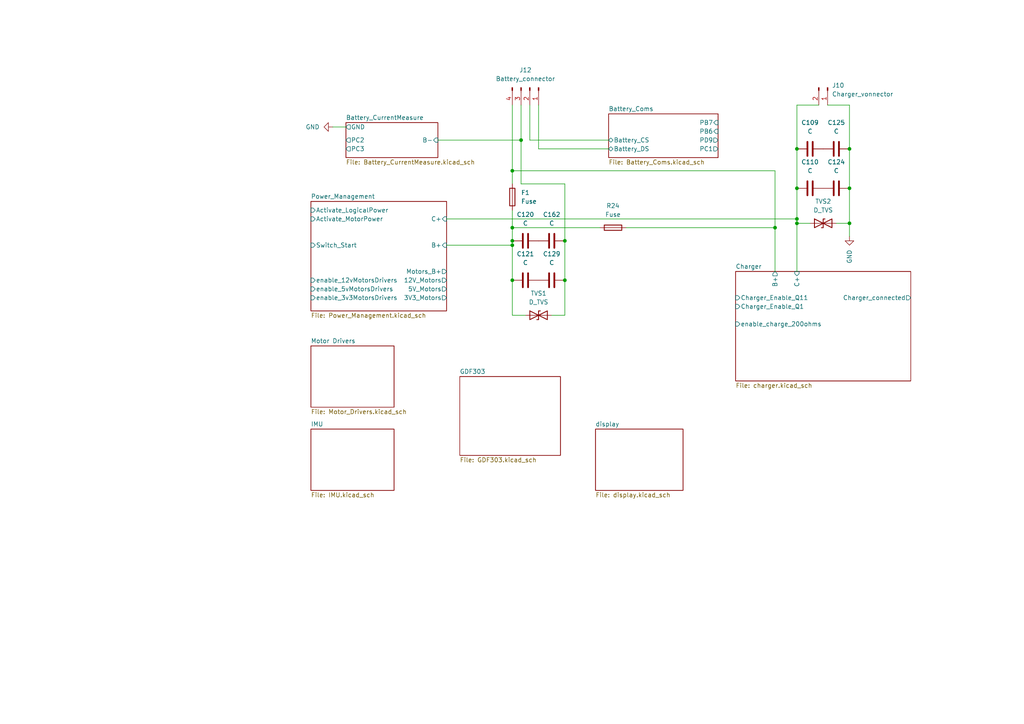
<source format=kicad_sch>
(kicad_sch (version 20231120) (generator "eeschema") (generator_version "8.0")
  (paper "A4")
  (lib_symbols
    (symbol "Connector:Conn_01x02_Male" (pin_names (offset 1.016) hide)
      (property "Reference" "J" (at 0 2.54 0))
      (property "Value" "Conn_01x02_Male" (at 0 -5.08 0))
      (symbol "Conn_01x02_Male_1_1"
        (polyline (pts (xy 1.27 -2.54) (xy 0.8636 -2.54)) (stroke (width 0.1524)))
        (polyline (pts (xy 1.27 0) (xy 0.8636 0)) (stroke (width 0.1524)))
        (rectangle (start 0.8636 -2.413) (end 0 -2.667) (stroke (width 0.1524)) (fill (type outline)))
        (rectangle (start 0.8636 0.127) (end 0 -0.127) (stroke (width 0.1524)) (fill (type outline)))
        (pin passive line (at 5.08 0 180) (length 3.81) (name "Pin_1") (number "1"))
        (pin passive line (at 5.08 -2.54 180) (length 3.81) (name "Pin_2") (number "2"))
      )
    )
    (symbol "Connector:Conn_01x04_Male" (pin_names (offset 1.016) hide)
      (property "Reference" "J" (at 0 5.08 0))
      (property "Value" "Conn_01x04_Male" (at 0 -7.62 0))
      (symbol "Conn_01x04_Male_1_1"
        (polyline (pts (xy 1.27 -5.08) (xy 0.8636 -5.08)) (stroke (width 0.1524)))
        (polyline (pts (xy 1.27 -2.54) (xy 0.8636 -2.54)) (stroke (width 0.1524)))
        (polyline (pts (xy 1.27 0) (xy 0.8636 0)) (stroke (width 0.1524)))
        (polyline (pts (xy 1.27 2.54) (xy 0.8636 2.54)) (stroke (width 0.1524)))
        (rectangle (start 0.8636 -4.953) (end 0 -5.207) (stroke (width 0.1524)) (fill (type outline)))
        (rectangle (start 0.8636 -2.413) (end 0 -2.667) (stroke (width 0.1524)) (fill (type outline)))
        (rectangle (start 0.8636 0.127) (end 0 -0.127) (stroke (width 0.1524)) (fill (type outline)))
        (rectangle (start 0.8636 2.667) (end 0 2.413) (stroke (width 0.1524)) (fill (type outline)))
        (pin passive line (at 5.08 2.54 180) (length 3.81) (name "Pin_1") (number "1"))
        (pin passive line (at 5.08 0 180) (length 3.81) (name "Pin_2") (number "2"))
        (pin passive line (at 5.08 -2.54 180) (length 3.81) (name "Pin_3") (number "3"))
        (pin passive line (at 5.08 -5.08 180) (length 3.81) (name "Pin_4") (number "4"))
      )
    )
    (symbol "Device:C" (pin_numbers hide) (pin_names (offset 0.254))
      (property "Reference" "C" (at 0.635 2.54 0))
      (property "Value" "C" (at 0.635 -2.54 0))
      (symbol "C_0_1"
        (polyline (pts (xy -2.032 -0.762) (xy 2.032 -0.762)) (stroke (width 0.508)))
        (polyline (pts (xy -2.032 0.762) (xy 2.032 0.762)) (stroke (width 0.508)))
      )
      (symbol "C_1_1"
        (pin passive line (at 0 3.81 270) (length 2.794) (name "~") (number "1"))
        (pin passive line (at 0 -3.81 90) (length 2.794) (name "~") (number "2"))
      )
    )
    (symbol "Device:D_TVS" (pin_numbers hide) (pin_names (offset 1.016) hide)
      (property "Reference" "D" (at 0 2.54 0))
      (property "Value" "D_TVS" (at 0 -2.54 0))
      (symbol "D_TVS_0_1"
        (polyline (pts (xy 1.27 0) (xy -1.27 0)))
        (polyline (pts (xy 0.508 1.27) (xy 0 1.27) (xy 0 -1.27) (xy -0.508 -1.27)) (stroke (width 0.254)))
        (polyline (pts (xy -2.54 1.27) (xy -2.54 -1.27) (xy 2.54 1.27) (xy 2.54 -1.27) (xy -2.54 1.27)) (stroke (width 0.254)))
      )
      (symbol "D_TVS_1_1"
        (pin passive line (at -3.81 0 0) (length 2.54) (name "A1") (number "1"))
        (pin passive line (at 3.81 0 180) (length 2.54) (name "A2") (number "2"))
      )
    )
    (symbol "Device:Fuse" (pin_numbers hide) (pin_names (offset 0))
      (property "Reference" "F" (at 2.032 0 90))
      (property "Value" "Fuse" (at -1.905 0 90))
      (symbol "Fuse_0_1"
        (rectangle (start -0.762 -2.54) (end 0.762 2.54) (stroke (width 0.254)))
        (polyline (pts (xy 0 2.54) (xy 0 -2.54)))
      )
      (symbol "Fuse_1_1"
        (pin passive line (at 0 3.81 270) (length 1.27) (name "~") (number "1"))
        (pin passive line (at 0 -3.81 90) (length 1.27) (name "~") (number "2"))
      )
    )
    (symbol "power:GND" (power) (pin_names (offset 0))
      (property "Value" "GND" (at 0 -3.81 0))
      (symbol "GND_0_1"
        (polyline (pts (xy 0 0) (xy 0 -1.27) (xy 1.27 -1.27) (xy 0 -2.54) (xy -1.27 -1.27) (xy 0 -1.27)))
      )
      (symbol "GND_1_1"
        (pin power_in line (at 0 0 270) (length 0) hide (name "GND") (number "1"))
      )
    )
  )
  (junction (at 148.59 49.53))
  (junction (at 246.38 64.77))
  (junction (at 224.79 66.04))
  (junction (at 231.14 43.18))
  (junction (at 231.14 54.61))
  (junction (at 231.14 63.5))
  (junction (at 151.13 40.64))
  (junction (at 163.83 69.85))
  (junction (at 246.38 54.61))
  (junction (at 231.14 64.77))
  (junction (at 148.59 66.04))
  (junction (at 148.59 81.28))
  (junction (at 148.59 71.12))
  (junction (at 163.83 81.28))
  (junction (at 148.59 69.85))
  (junction (at 246.38 43.18))
  (wire (pts (xy 231.14 64.77) (xy 234.95 64.77)))
  (wire (pts (xy 156.21 30.48) (xy 156.21 43.18)))
  (wire (pts (xy 246.38 43.18) (xy 246.38 54.61)))
  (wire (pts (xy 96.52 36.83) (xy 100.33 36.83)))
  (wire (pts (xy 181.61 66.04) (xy 224.79 66.04)))
  (wire (pts (xy 153.67 40.64) (xy 176.53 40.64)))
  (wire (pts (xy 231.14 30.48) (xy 231.14 43.18)))
  (wire (pts (xy 148.59 81.28) (xy 148.59 71.12)))
  (wire (pts (xy 153.67 30.48) (xy 153.67 40.64)))
  (wire (pts (xy 156.21 43.18) (xy 176.53 43.18)))
  (wire (pts (xy 148.59 66.04) (xy 148.59 69.85)))
  (wire (pts (xy 148.59 60.96) (xy 148.59 66.04)))
  (wire (pts (xy 231.14 54.61) (xy 231.14 63.5)))
  (wire (pts (xy 163.83 69.85) (xy 163.83 53.34)))
  (wire (pts (xy 163.83 81.28) (xy 163.83 91.44)))
  (wire (pts (xy 129.54 71.12) (xy 148.59 71.12)))
  (wire (pts (xy 148.59 66.04) (xy 173.99 66.04)))
  (wire (pts (xy 148.59 49.53) (xy 224.79 49.53)))
  (wire (pts (xy 148.59 49.53) (xy 148.59 53.34)))
  (wire (pts (xy 163.83 69.85) (xy 163.83 81.28)))
  (wire (pts (xy 246.38 43.18) (xy 246.38 30.48)))
  (wire (pts (xy 246.38 54.61) (xy 246.38 64.77)))
  (wire (pts (xy 129.54 63.5) (xy 231.14 63.5)))
  (wire (pts (xy 240.03 30.48) (xy 246.38 30.48)))
  (wire (pts (xy 160.02 91.44) (xy 163.83 91.44)))
  (wire (pts (xy 246.38 64.77) (xy 246.38 68.58)))
  (wire (pts (xy 163.83 53.34) (xy 151.13 53.34)))
  (wire (pts (xy 148.59 91.44) (xy 152.4 91.44)))
  (wire (pts (xy 151.13 40.64) (xy 151.13 53.34)))
  (wire (pts (xy 231.14 63.5) (xy 231.14 64.77)))
  (wire (pts (xy 242.57 64.77) (xy 246.38 64.77)))
  (wire (pts (xy 231.14 43.18) (xy 231.14 54.61)))
  (wire (pts (xy 224.79 66.04) (xy 224.79 78.74)))
  (wire (pts (xy 148.59 71.12) (xy 148.59 69.85)))
  (wire (pts (xy 224.79 49.53) (xy 224.79 66.04)))
  (wire (pts (xy 231.14 64.77) (xy 231.14 78.74)))
  (wire (pts (xy 151.13 40.64) (xy 151.13 30.48)))
  (wire (pts (xy 148.59 30.48) (xy 148.59 49.53)))
  (wire (pts (xy 148.59 81.28) (xy 148.59 91.44)))
  (wire (pts (xy 127 40.64) (xy 151.13 40.64)))
  (wire (pts (xy 231.14 30.48) (xy 237.49 30.48)))
  (symbol (lib_id "power:GND") (at 96.52 36.83 270) (unit 1)
    (property "Reference" "#PWR0101" (effects (hide yes)))
    (property "Value" "GND" (at 92.71 36.8299 90) (effects (justify right)))
  )
  (symbol (lib_id "Connector:Conn_01x04_Male") (at 153.67 25.4 270) (unit 1)
    (property "Reference" "J12" (at 152.4 20.32 90))
    (property "Value" "Battery_connector" (at 152.4 22.86 90))
  )
  (symbol (lib_id "Device:D_TVS") (at 238.76 64.77 0) (unit 1)
    (property "Reference" "TVS2" (at 238.76 58.42 0))
    (property "Value" "D_TVS" (at 238.76 60.96 0))
  )
  (symbol (lib_id "Device:D_TVS") (at 156.21 91.44 0) (unit 1)
    (property "Reference" "TVS1" (at 156.21 85.09 0))
    (property "Value" "D_TVS" (at 156.21 87.63 0))
  )
  (symbol (lib_id "Device:C") (at 152.4 81.28 90) (unit 1)
    (property "Reference" "C121" (at 152.4 73.66 90))
    (property "Value" "C" (at 152.4 76.2 90))
  )
  (symbol (lib_id "Device:Fuse") (at 177.8 66.04 90) (unit 1)
    (property "Reference" "R24" (at 177.8 59.69 90))
    (property "Value" "Fuse" (at 177.8 62.23 90))
  )
  (symbol (lib_id "Device:C") (at 242.57 54.61 90) (unit 1)
    (property "Reference" "C124" (at 242.57 46.99 90))
    (property "Value" "C" (at 242.57 49.53 90))
  )
  (symbol (lib_id "Device:C") (at 234.95 43.18 90) (unit 1)
    (property "Reference" "C109" (at 234.95 35.56 90))
    (property "Value" "C" (at 234.95 38.1 90))
  )
  (symbol (lib_id "Device:C") (at 234.95 54.61 90) (unit 1)
    (property "Reference" "C110" (at 234.95 46.99 90))
    (property "Value" "C" (at 234.95 49.53 90))
  )
  (symbol (lib_id "Device:C") (at 160.02 69.85 90) (unit 1)
    (property "Reference" "C162" (at 160.02 62.23 90))
    (property "Value" "C" (at 160.02 64.77 90))
  )
  (symbol (lib_id "Device:C") (at 152.4 69.85 90) (unit 1)
    (property "Reference" "C120" (at 152.4 62.23 90))
    (property "Value" "C" (at 152.4 64.77 90))
  )
  (symbol (lib_id "Device:C") (at 242.57 43.18 90) (unit 1)
    (property "Reference" "C125" (at 242.57 35.56 90))
    (property "Value" "C" (at 242.57 38.1 90))
  )
  (symbol (lib_id "Connector:Conn_01x02_Male") (at 240.03 25.4 270) (unit 1)
    (property "Reference" "J10" (at 241.3 24.7649 90) (effects (justify left)))
    (property "Value" "Charger_vonnector" (at 241.3 27.3049 90) (effects (justify left)))
  )
  (symbol (lib_id "Device:C") (at 160.02 81.28 90) (unit 1)
    (property "Reference" "C129" (at 160.02 73.66 90))
    (property "Value" "C" (at 160.02 76.2 90))
  )
  (symbol (lib_id "power:GND") (at 246.38 68.58 0) (unit 1)
    (property "Reference" "#PWR0102" (effects (hide yes)))
    (property "Value" "GND" (at 246.3799 72.39 90) (effects (justify right)))
  )
  (symbol (lib_id "Device:Fuse") (at 148.59 57.15 0) (unit 1)
    (property "Reference" "F1" (at 151.13 55.8799 0) (effects (justify left)))
    (property "Value" "Fuse" (at 151.13 58.4199 0) (effects (justify left)))
  )
  (sheet (at 213.36 78.74) (size 50.8 31.75) (stroke (width 0.1524))
    (property "Sheetname" "Charger" (at 213.36 78.0284 0) (effects (justify left bottom)))
    (property "Sheetfile" "charger.kicad_sch" (at 213.36 111.0746 0) (effects (justify left top)))
    (pin "C+" input (at 231.14 78.74 90))
    (pin "Charger_Enable_Q11" input (at 213.36 86.36 180))
    (pin "Charger_Enable_Q1" input (at 213.36 88.9 180))
    (pin "B+" output (at 224.79 78.74 90))
    (pin "enable_charge_200ohms" input (at 213.36 93.98 180))
    (pin "Charger_connected" output (at 264.16 86.36 0))
  )
  (sheet (at 90.17 100.33) (size 24.13 17.78) (stroke (width 0.1524))
    (property "Sheetname" "Motor Drivers" (at 90.17 99.6184 0) (effects (justify left bottom)))
    (property "Sheetfile" "Motor_Drivers.kicad_sch" (at 90.17 118.6946 0) (effects (justify left top)))
  )
  (sheet (at 176.53 33.02) (size 31.75 12.7) (stroke (width 0.1524))
    (property "Sheetname" "Battery_Coms" (at 176.53 32.3084 0) (effects (justify left bottom)))
    (property "Sheetfile" "Battery_Coms.kicad_sch" (at 176.53 46.3046 0) (effects (justify left top)))
    (pin "Battery_DS" bidirectional (at 176.53 43.18 180))
    (pin "Battery_CS" bidirectional (at 176.53 40.64 180))
    (pin "PC1" output (at 208.28 43.18 0))
    (pin "PD9" output (at 208.28 40.64 0))
    (pin "PB6" input (at 208.28 38.1 0))
    (pin "PB7" input (at 208.28 35.56 0))
  )
  (sheet (at 90.17 124.46) (size 24.13 17.78) (stroke (width 0.1524))
    (property "Sheetname" "IMU" (at 90.17 123.7484 0) (effects (justify left bottom)))
    (property "Sheetfile" "IMU.kicad_sch" (at 90.17 142.8246 0) (effects (justify left top)))
  )
  (sheet (at 90.17 58.42) (size 39.37 31.75) (stroke (width 0.1524))
    (property "Sheetname" "Power_Management" (at 90.17 57.7084 0) (effects (justify left bottom)))
    (property "Sheetfile" "Power_Management.kicad_sch" (at 90.17 90.7546 0) (effects (justify left top)))
    (pin "B+" input (at 129.54 71.12 0))
    (pin "C+" input (at 129.54 63.5 0))
    (pin "Activate_LogicalPower" input (at 90.17 60.96 180))
    (pin "Activate_MotorPower" input (at 90.17 63.5 180))
    (pin "Motors_B+" output (at 129.54 78.74 0))
    (pin "Switch_Start" input (at 90.17 71.12 180))
    (pin "enable_5vMotorsDrivers" input (at 90.17 83.82 180))
    (pin "enable_12vMotorsDrivers" input (at 90.17 81.28 180))
    (pin "12V_Motors" output (at 129.54 81.28 0))
    (pin "5V_Motors" output (at 129.54 83.82 0))
    (pin "3V3_Motors" output (at 129.54 86.36 0))
    (pin "enable_3v3MotorsDrivers" input (at 90.17 86.36 180))
  )
  (sheet (at 133.35 109.22) (size 29.21 22.86) (stroke (width 0.1524))
    (property "Sheetname" "GDF303" (at 133.35 108.5084 0) (effects (justify left bottom)))
    (property "Sheetfile" "GDF303.kicad_sch" (at 133.35 132.6646 0) (effects (justify left top)))
  )
  (sheet (at 172.72 124.46) (size 25.4 17.78) (stroke (width 0.1524))
    (property "Sheetname" "display" (at 172.72 123.7484 0) (effects (justify left bottom)))
    (property "Sheetfile" "display.kicad_sch" (at 172.72 142.8246 0) (effects (justify left top)))
  )
  (sheet (at 100.33 35.56) (size 26.67 10.16) (stroke (width 0.1524))
    (property "Sheetname" "Battery_CurrentMeasure" (at 100.33 34.8484 0) (effects (justify left bottom)))
    (property "Sheetfile" "Battery_CurrentMeasure.kicad_sch" (at 100.33 46.3046 0) (effects (justify left top)))
    (pin "GND" output (at 100.33 36.83 180))
    (pin "B-" input (at 127 40.64 0))
    (pin "PC2" output (at 100.33 40.64 180))
    (pin "PC3" output (at 100.33 43.18 180))
  )
)
</source>
